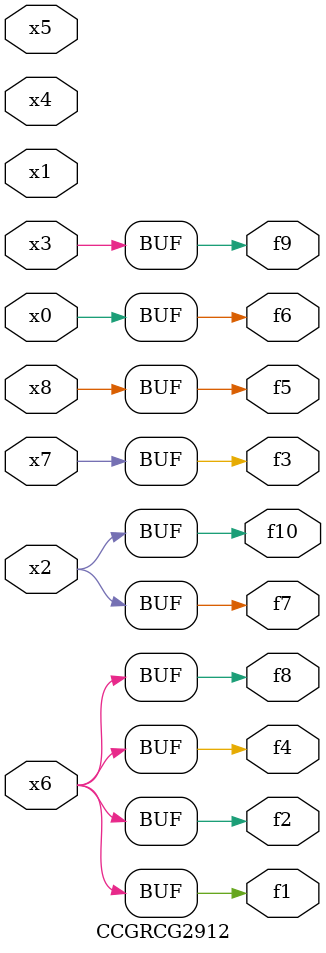
<source format=v>
module CCGRCG2912(
	input x0, x1, x2, x3, x4, x5, x6, x7, x8,
	output f1, f2, f3, f4, f5, f6, f7, f8, f9, f10
);
	assign f1 = x6;
	assign f2 = x6;
	assign f3 = x7;
	assign f4 = x6;
	assign f5 = x8;
	assign f6 = x0;
	assign f7 = x2;
	assign f8 = x6;
	assign f9 = x3;
	assign f10 = x2;
endmodule

</source>
